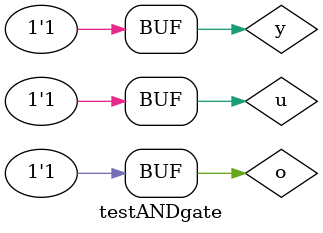
<source format=v>



module Andgate ( j , k , g);

output j;
input  k,g;
wire temp1, temp2;

nor NOR1 ( temp1 ,k ) ;
nor NOR2 (temp2 , g ) ;

assign j = ~( temp1 | temp2  );


endmodule // Andgate

//----------------
// --test or gate
//----------------

 module testANDgate;

 reg  y , u;
 
 wire o ;

//instancia

 and AND1 (o , y , u );

//main part

initial begin
   
	$display("\n Marley Ribeiro-414510\n");
   $display("Teste AND gate baseado em Nor \n");
   $display("\n y	& u = s \n");
   $monitor("%b & %b = %b", y,u ,o );
 
   y=0 ; u=0;
#1 y=0 ; u=1;
#1 y=1 ; u=0;
#1 y=1 ; u=1;

end

endmodule// testNORgate

// SUGESTAO: SE COMECOU A USAR DEFINICOES DE PORTAS, CONTINUE.
//           EVITE MISTURAR.

</source>
